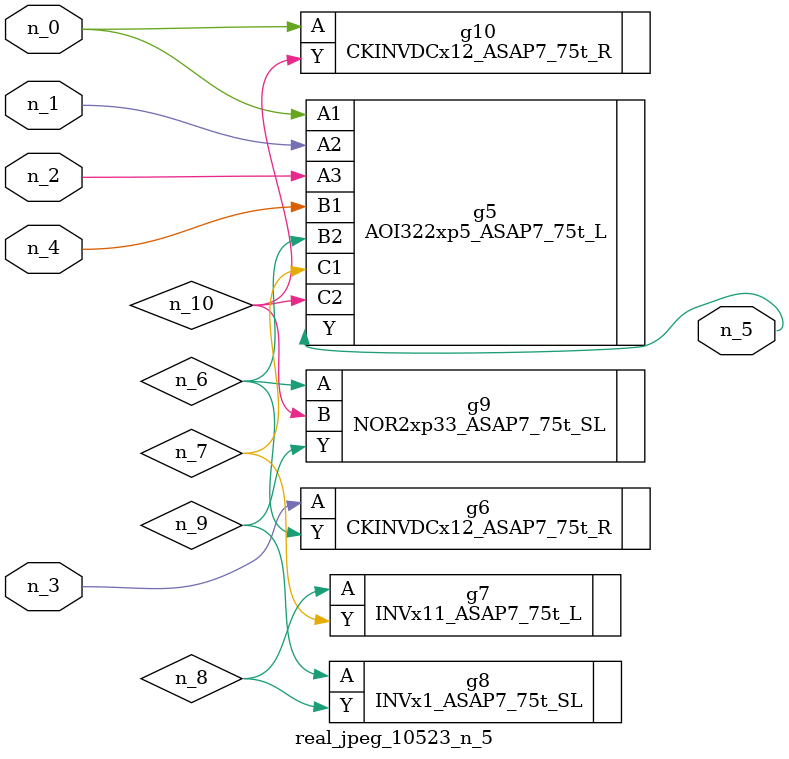
<source format=v>
module real_jpeg_10523_n_5 (n_4, n_0, n_1, n_2, n_3, n_5);

input n_4;
input n_0;
input n_1;
input n_2;
input n_3;

output n_5;

wire n_8;
wire n_6;
wire n_7;
wire n_10;
wire n_9;

AOI322xp5_ASAP7_75t_L g5 ( 
.A1(n_0),
.A2(n_1),
.A3(n_2),
.B1(n_4),
.B2(n_6),
.C1(n_7),
.C2(n_10),
.Y(n_5)
);

CKINVDCx12_ASAP7_75t_R g10 ( 
.A(n_0),
.Y(n_10)
);

CKINVDCx12_ASAP7_75t_R g6 ( 
.A(n_3),
.Y(n_6)
);

NOR2xp33_ASAP7_75t_SL g9 ( 
.A(n_6),
.B(n_10),
.Y(n_9)
);

INVx11_ASAP7_75t_L g7 ( 
.A(n_8),
.Y(n_7)
);

INVx1_ASAP7_75t_SL g8 ( 
.A(n_9),
.Y(n_8)
);


endmodule
</source>
